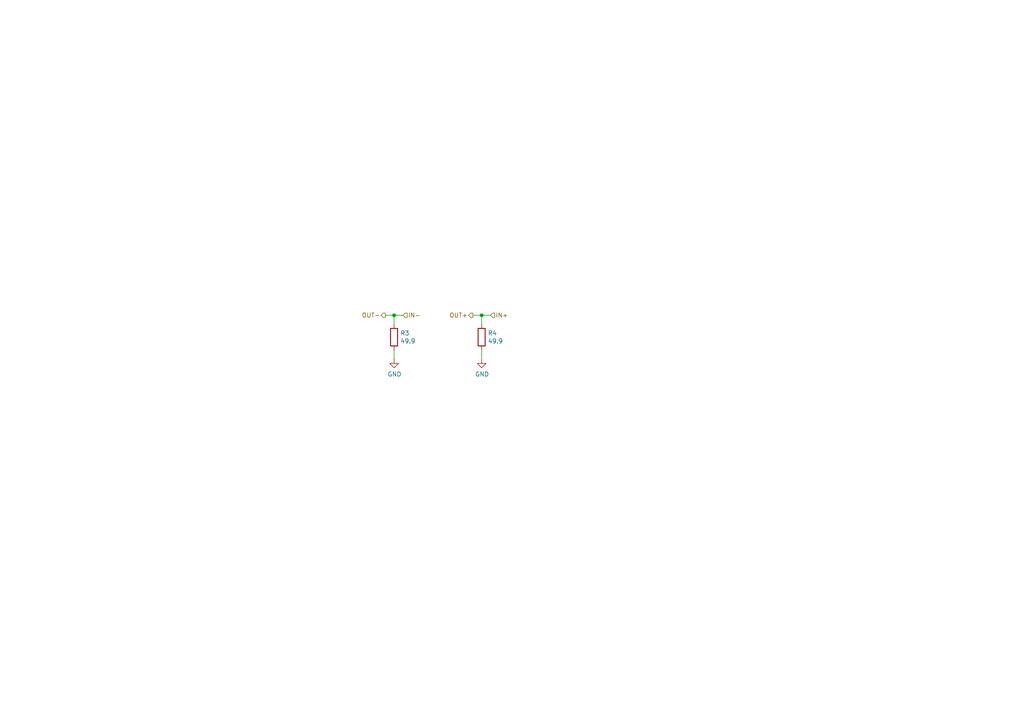
<source format=kicad_sch>
(kicad_sch (version 20250114) (generator "eeschema") (generator_version "9.0")
  (paper "A4")
  (lib_symbols
    (symbol "Device:R" (pin_numbers (hide yes)) (pin_names (offset 0))
      (property "Reference" "R" (at 2.032 0 90))
      (property "Value" "R" (at 0 0 90))
      (symbol "R_0_1"
        (rectangle (start -1.016 -2.54) (end 1.016 2.54) (stroke (width 0.254)))
      )
      (symbol "R_1_1"
        (pin passive line (at 0 3.81 270) (length 1.27) (name "~") (number "1"))
        (pin passive line (at 0 -3.81 90) (length 1.27) (name "~") (number "2"))
      )
    )
    (symbol "power:GND" (power) (pin_names (offset 0))
      (property "Value" "GND" (at 0 -3.81 0))
      (symbol "GND_0_1"
        (polyline (pts (xy 0 0) (xy 0 -1.27) (xy 1.27 -1.27) (xy 0 -2.54) (xy -1.27 -1.27) (xy 0 -1.27)))
      )
      (symbol "GND_1_1"
        (pin power_in line (at 0 0 270) (length 0) (hide yes) (name "GND") (number "1"))
      )
    )
  )
  (junction (at 114.3 91.44))
  (junction (at 139.7 91.44))
  (wire (pts (xy 114.3 101.6) (xy 114.3 104.14)))
  (wire (pts (xy 114.3 91.44) (xy 116.84 91.44)))
  (wire (pts (xy 139.7 93.98) (xy 139.7 91.44)))
  (wire (pts (xy 137.16 91.44) (xy 139.7 91.44)))
  (wire (pts (xy 139.7 91.44) (xy 142.24 91.44)))
  (wire (pts (xy 139.7 101.6) (xy 139.7 104.14)))
  (wire (pts (xy 111.76 91.44) (xy 114.3 91.44)))
  (wire (pts (xy 114.3 93.98) (xy 114.3 91.44)))
  (hierarchical_label "IN-" (shape input) (at 116.84 91.44 0))
  (hierarchical_label "OUT+" (shape output) (at 137.16 91.44 180))
  (hierarchical_label "OUT-" (shape output) (at 111.76 91.44 180))
  (hierarchical_label "IN+" (shape input) (at 142.24 91.44 0))
  (symbol (lib_id "Device:R") (at 114.3 97.79 0) (unit 1)
    (property "Reference" "R1" (at 116.078 96.6216 0) (effects (justify left)))
    (property "Value" "49.9" (at 116.078 98.933 0) (effects (justify left)))
    (property "Footprint" "Resistor_SMD:R_0603_1608Metric" (effects (hide yes)))
    (instances (project "PCIexpress_x2_half" (path "" (reference "R3") (unit 1)) (path "" (reference "R1") (unit 1))))
  )
  (symbol (lib_id "Device:R") (at 139.7 97.79 0) (unit 1)
    (property "Reference" "R2" (at 141.478 96.6216 0) (effects (justify left)))
    (property "Value" "49.9" (at 141.478 98.933 0) (effects (justify left)))
    (property "Footprint" "Resistor_SMD:R_0603_1608Metric" (effects (hide yes)))
    (instances (project "PCIexpress_x2_half" (path "" (reference "R4") (unit 1)) (path "" (reference "R2") (unit 1))))
  )
  (symbol (lib_id "power:GND") (at 114.3 104.14 0) (unit 1)
    (property "Reference" "#PWR0122" (effects (hide yes)))
    (property "Value" "GND" (at 114.427 108.5342 0))
    (instances (project "PCIexpress_x2_half" (path "" (reference "#PWR0123") (unit 1)) (path "" (reference "#PWR0122") (unit 1))))
  )
  (symbol (lib_id "power:GND") (at 139.7 104.14 0) (unit 1)
    (property "Reference" "#PWR0130" (effects (hide yes)))
    (property "Value" "GND" (at 139.827 108.5342 0))
    (instances (project "PCIexpress_x2_half" (path "" (reference "#PWR0131") (unit 1)) (path "" (reference "#PWR0130") (unit 1))))
  )
)
</source>
